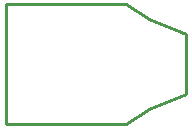
<source format=gko>
G04 Layer: BoardOutlineLayer*
G04 EasyEDA Pro v1.8.39.fb3963, 2022-11-20 08:12:23*
G04 Gerber Generator version 0.3*
G04 Scale: 100 percent, Rotated: No, Reflected: No*
G04 Dimensions in millimeters*
G04 Leading zeros omitted, absolute positions, 3 integers and 3 decimals*
%FSLAX33Y33*%
%MOMM*%
%ADD10C,0.254*%
G75*


G04 PolygonModel Start*
G54D10*
G01X10160Y0D02*
G01X0Y0D01*
G01Y10160D01*
G01X10160D01*
G01X12065Y8890D01*
G01X15240Y7620D01*
G01Y2540D01*
G01X12065Y1270D01*
G01X10160Y0D01*
G04 PolygonModel End*

M02*

</source>
